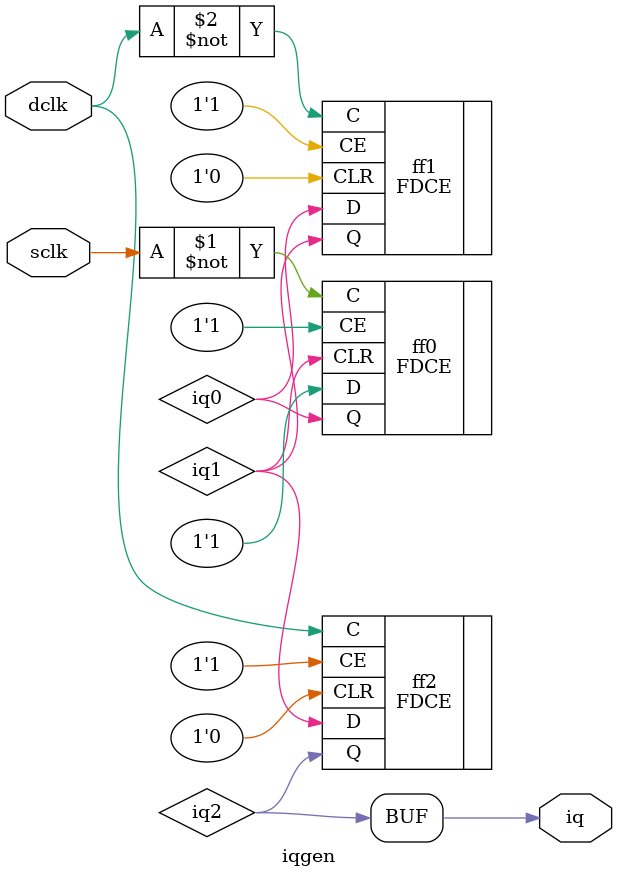
<source format=v>
module iqgen(
    input sclk,	// sample clock
    input dclk,	// double-frequency clock
    output iq		// IQ flag - 1=I, 0=Q
    );
// internal signals
wire iq0;
//reg iq1,iq2;
wire iq1,iq2;
// IQ is used for multiplexing and demultiplexing in-phase and quadrature samples
FDCE ff0 (
	.D(1'b1),	// synchronous set
	.Q(iq0),		// next clock period should be I sample
	.CE(1'b1),
	.C(~sclk),	// use negative-going SCLK edges
	.CLR(iq1)	// asynchronous reset when FF1 is set
	);
FDCE ff1 (
	.D(iq0),		// capture 1 from FF1
	.Q(iq1),		// and pass to FF2 with proper set-up and hold times
	.CE(1'b1),
	.C(~dclk),	// use negative-going DCLK edges
	.CLR(1'b0)		// asynchronous reset unused
	);
FDCE ff2 (
	.D(iq1),		// synchronized I flag
	.Q(iq2),		// signal current DCLK period has I sample
	.CE(1'b1),
	.C(dclk),	// use positive-going DCLK edges
	.CLR(1'b0)		// asynchronous reset unused
	);
//always @ (negedge dclk) iq1 <= iq0;	// synchronize to DCLK and generate preset
//always @ (posedge dclk) iq2 <= iq1;	// synchronize to DCLK and generate preset
assign iq = iq2;
endmodule

</source>
